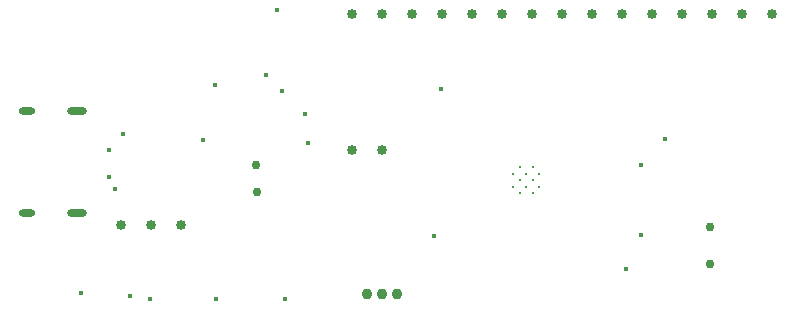
<source format=gbr>
%TF.GenerationSoftware,Altium Limited,Altium Designer,24.0.1 (36)*%
G04 Layer_Color=0*
%FSLAX45Y45*%
%MOMM*%
%TF.SameCoordinates,DDEBADB9-0EAF-4DA9-B7D3-1C4C0305AAAB*%
%TF.FilePolarity,Positive*%
%TF.FileFunction,Plated,1,2,PTH,Drill*%
%TF.Part,Single*%
G01*
G75*
%TA.AperFunction,ComponentDrill*%
%ADD78C,0.85000*%
%ADD79C,0.30000*%
%ADD80C,0.85000*%
%ADD81C,0.93000*%
%ADD82O,1.70000X0.60000*%
%ADD83O,1.40000X0.60000*%
%TA.AperFunction,ViaDrill,NotFilled*%
%ADD84C,0.75000*%
%ADD85C,0.40000*%
D78*
X3000000Y1600000D02*
D03*
X3254000D02*
D03*
X4778000Y2750000D02*
D03*
X4524000D02*
D03*
X4270000D02*
D03*
X4016000D02*
D03*
X3000000D02*
D03*
X3254000D02*
D03*
X3508000D02*
D03*
X3762000D02*
D03*
X1041400Y965200D02*
D03*
X1295400D02*
D03*
X1549400D02*
D03*
D79*
X4586000Y1401000D02*
D03*
X4476000D02*
D03*
X4531000Y1456000D02*
D03*
X4421000D02*
D03*
X4531000Y1346000D02*
D03*
X4586000Y1291000D02*
D03*
X4476000D02*
D03*
X4421000Y1346000D02*
D03*
X4531000Y1236000D02*
D03*
X4366000Y1401000D02*
D03*
Y1291000D02*
D03*
X4421000Y1236000D02*
D03*
D80*
X6556000Y2750000D02*
D03*
X6302000D02*
D03*
X5032000D02*
D03*
X5286000D02*
D03*
X5540000D02*
D03*
X5794000D02*
D03*
X6048000D02*
D03*
D81*
X3124200Y378285D02*
D03*
X3251200D02*
D03*
X3378200D02*
D03*
D82*
X668000Y1068000D02*
D03*
Y1932000D02*
D03*
D83*
X250000Y1068000D02*
D03*
Y1932000D02*
D03*
D84*
X2184400Y1473200D02*
D03*
X2195800Y1244600D02*
D03*
X6032500Y635000D02*
D03*
Y952500D02*
D03*
D85*
X939800Y1371600D02*
D03*
Y1600200D02*
D03*
X2364740Y2788920D02*
D03*
X2603500Y1905000D02*
D03*
X5654040Y1691640D02*
D03*
X1117600Y365760D02*
D03*
X703700Y386814D02*
D03*
X1287900Y336880D02*
D03*
X1740480Y1684020D02*
D03*
X1836420Y2153920D02*
D03*
X2268220Y2232660D02*
D03*
X5318760Y596900D02*
D03*
X2626360Y1656080D02*
D03*
X3695700Y876300D02*
D03*
X5445760Y881380D02*
D03*
X5447000Y1476000D02*
D03*
X990600Y1270000D02*
D03*
X3754120Y2120900D02*
D03*
X2430900Y342880D02*
D03*
X1846700Y336880D02*
D03*
X2405380Y2103120D02*
D03*
X1063280Y1734820D02*
D03*
%TF.MD5,d9358f01e302718b0159daf36418ca8a*%
M02*

</source>
